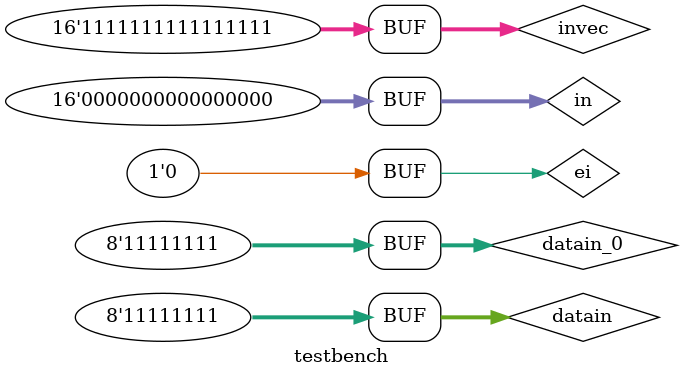
<source format=v>
`timescale 1ns/1ns
module testbench();
reg[7:0]datain,datain_0;
reg ei;
reg[15:0]in,invec;
wire[7:0]seg;

XYF u1(.DataIn(datain),.DataIn_0(datain_0),.EI(ei),.Seg(seg));

initial
 begin
  ei=0;
  in=16'b0000000000000001;
  repeat(17)
   begin
    invec=~in;
    {datain,datain_0}=invec;
    #20;
    in=in<<1;
   end
  end
endmodule
</source>
